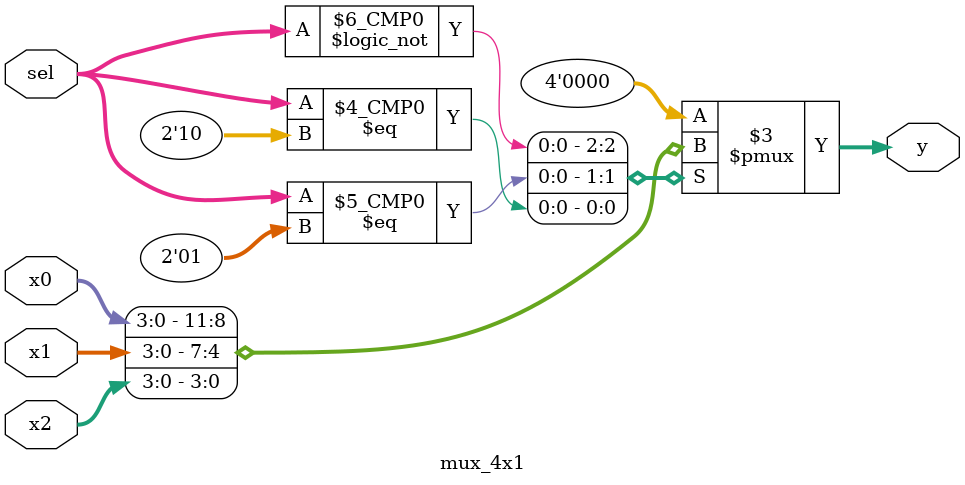
<source format=v>
`timescale 1ns / 1ps

module mux_4x1(
    input      [3:0] x0,
    input      [3:0] x1,
    input      [3:0] x2,
    input      [1:0] sel,
    output reg [3:0] y
);

always @(*) begin
    case (sel)
        2'b00:   y = x0;
        2'b01:   y = x1;
        2'b10:   y = x2;
        default: y = 4'b0000;
    endcase
end
endmodule

</source>
